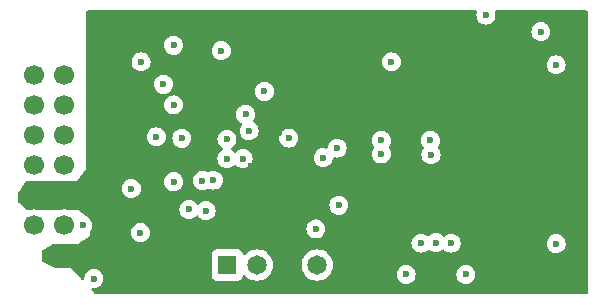
<source format=gbr>
%TF.GenerationSoftware,KiCad,Pcbnew,8.0.5*%
%TF.CreationDate,2024-11-30T18:41:16+03:00*%
%TF.ProjectId,pmod_esp32_4_layer.kicad_sch,706d6f64-5f65-4737-9033-325f345f6c61,rev?*%
%TF.SameCoordinates,Original*%
%TF.FileFunction,Copper,L2,Inr*%
%TF.FilePolarity,Positive*%
%FSLAX46Y46*%
G04 Gerber Fmt 4.6, Leading zero omitted, Abs format (unit mm)*
G04 Created by KiCad (PCBNEW 8.0.5) date 2024-11-30 18:41:16*
%MOMM*%
%LPD*%
G01*
G04 APERTURE LIST*
%TA.AperFunction,ComponentPad*%
%ADD10C,1.695000*%
%TD*%
%TA.AperFunction,ComponentPad*%
%ADD11R,1.650000X1.650000*%
%TD*%
%TA.AperFunction,ComponentPad*%
%ADD12C,1.650000*%
%TD*%
%TA.AperFunction,ViaPad*%
%ADD13C,0.600000*%
%TD*%
%TA.AperFunction,Conductor*%
%ADD14C,0.640000*%
%TD*%
G04 APERTURE END LIST*
D10*
%TO.N,Net-(J2-Pad1)*%
%TO.C,J2*%
X132033500Y-98300000D03*
%TO.N,Net-(J2-Pad2)*%
X132033500Y-100840000D03*
%TO.N,Net-(J2-Pad3)*%
X132033500Y-103380000D03*
%TO.N,Net-(J2-Pad4)*%
X132033500Y-105920000D03*
%TO.N,/GND*%
X132033500Y-108460000D03*
%TO.N,/VCC3V3*%
X132033500Y-111000000D03*
%TO.N,Net-(J2-Pad7)*%
X129493500Y-98300000D03*
%TO.N,Net-(J2-Pad8)*%
X129493500Y-100840000D03*
%TO.N,Net-(J2-Pad9)*%
X129493500Y-103380000D03*
%TO.N,Net-(J2-Pad10)*%
X129493500Y-105920000D03*
%TO.N,/GND*%
X129493500Y-108460000D03*
%TO.N,/VCC3V3*%
X129493500Y-111000000D03*
%TD*%
D11*
%TO.N,/TXD0*%
%TO.C,J1*%
X145847500Y-114350000D03*
D12*
%TO.N,/RXD0*%
X148387500Y-114350000D03*
%TO.N,/GND*%
X150927500Y-114350000D03*
%TO.N,/IO0*%
X153467500Y-114350000D03*
%TD*%
D13*
%TO.N,/EN*%
X139850000Y-103500000D03*
X167750000Y-93200000D03*
X172400000Y-94600000D03*
X141300000Y-95750000D03*
X141300000Y-100800000D03*
%TO.N,/GND*%
X150200000Y-103150000D03*
X167550000Y-101600000D03*
X175100000Y-97500000D03*
X138300000Y-94350000D03*
X153300000Y-94350000D03*
X175000000Y-112150000D03*
X133600000Y-108450000D03*
X169350000Y-94500000D03*
X130800000Y-113650000D03*
X140250000Y-108050000D03*
X158750000Y-99150000D03*
X142550000Y-100550000D03*
X146779828Y-96270172D03*
X147850000Y-105977000D03*
%TO.N,/VCC3V3*%
X145350000Y-96200000D03*
X173700000Y-97400000D03*
X137727500Y-107877500D03*
X144050000Y-109750000D03*
X133600000Y-111000000D03*
X149000000Y-99650000D03*
%TO.N,/RTS{slash}SS*%
X147400000Y-101600000D03*
X138550000Y-97150000D03*
%TO.N,/INT*%
X140450000Y-99050000D03*
%TO.N,/SELECT*%
X141307097Y-107301471D03*
X144673001Y-107163711D03*
X147200000Y-105350000D03*
X145823001Y-105341290D03*
X134550000Y-115500000D03*
X138500000Y-111600000D03*
%TO.N,/GPIO*%
X153350000Y-111300000D03*
%TO.N,/CTS{slash}SCK*%
X143750000Y-107200000D03*
X145823000Y-103700000D03*
%TO.N,/TXD*%
X162250000Y-112500000D03*
%TO.N,/SS*%
X163500000Y-112450000D03*
%TO.N,/MOSI*%
X163050000Y-103800000D03*
X158900000Y-103800000D03*
X173700000Y-112550000D03*
X151050000Y-103600000D03*
X147700000Y-102973000D03*
%TO.N,/CTS*%
X155300000Y-109300000D03*
%TO.N,/MISO*%
X166050000Y-115150000D03*
%TO.N,/RTS*%
X159750000Y-97150000D03*
%TO.N,/SCK*%
X163100000Y-105000000D03*
X158900000Y-104950000D03*
X153968356Y-105268356D03*
X164800000Y-112500000D03*
X155150000Y-104450000D03*
%TO.N,/RXD*%
X161000000Y-115150000D03*
X142000000Y-103623000D03*
X142600000Y-109650000D03*
%TD*%
D14*
%TO.N,/GND*%
X129493500Y-108460000D02*
X132033500Y-108460000D01*
%TD*%
%TA.AperFunction,Conductor*%
%TO.N,/GND*%
G36*
X166933976Y-92820185D02*
G01*
X166979731Y-92872989D01*
X166989675Y-92942147D01*
X166983978Y-92965455D01*
X166964633Y-93020737D01*
X166964630Y-93020750D01*
X166944435Y-93199996D01*
X166944435Y-93200003D01*
X166964630Y-93379249D01*
X166964631Y-93379254D01*
X167024211Y-93549523D01*
X167120184Y-93702262D01*
X167247738Y-93829816D01*
X167400478Y-93925789D01*
X167527352Y-93970184D01*
X167570745Y-93985368D01*
X167570750Y-93985369D01*
X167749996Y-94005565D01*
X167750000Y-94005565D01*
X167750004Y-94005565D01*
X167929249Y-93985369D01*
X167929252Y-93985368D01*
X167929255Y-93985368D01*
X168099522Y-93925789D01*
X168252262Y-93829816D01*
X168379816Y-93702262D01*
X168475789Y-93549522D01*
X168535368Y-93379255D01*
X168555565Y-93200000D01*
X168535368Y-93020745D01*
X168535367Y-93020743D01*
X168535366Y-93020737D01*
X168516022Y-92965455D01*
X168512460Y-92895676D01*
X168547188Y-92835049D01*
X168609182Y-92802821D01*
X168633063Y-92800500D01*
X176263000Y-92800500D01*
X176330039Y-92820185D01*
X176375794Y-92872989D01*
X176387000Y-92924500D01*
X176387000Y-116675500D01*
X176367315Y-116742539D01*
X176314511Y-116788294D01*
X176263000Y-116799500D01*
X134693659Y-116799500D01*
X134626620Y-116779815D01*
X134602734Y-116759812D01*
X134586717Y-116742539D01*
X134365651Y-116504134D01*
X134334503Y-116441593D01*
X134342112Y-116372139D01*
X134386063Y-116317824D01*
X134452401Y-116295893D01*
X134470458Y-116296602D01*
X134506885Y-116300707D01*
X134549998Y-116305565D01*
X134550000Y-116305565D01*
X134550004Y-116305565D01*
X134729249Y-116285369D01*
X134729252Y-116285368D01*
X134729255Y-116285368D01*
X134899522Y-116225789D01*
X135052262Y-116129816D01*
X135179816Y-116002262D01*
X135275789Y-115849522D01*
X135335368Y-115679255D01*
X135335791Y-115675500D01*
X135355565Y-115500003D01*
X135355565Y-115499996D01*
X135335369Y-115320750D01*
X135335368Y-115320745D01*
X135275789Y-115150478D01*
X135179816Y-114997738D01*
X135052262Y-114870184D01*
X134948650Y-114805080D01*
X134899523Y-114774211D01*
X134729254Y-114714631D01*
X134729249Y-114714630D01*
X134550004Y-114694435D01*
X134549996Y-114694435D01*
X134370750Y-114714630D01*
X134370745Y-114714631D01*
X134200476Y-114774211D01*
X134047737Y-114870184D01*
X133920184Y-114997737D01*
X133824211Y-115150476D01*
X133764631Y-115320745D01*
X133764630Y-115320750D01*
X133744435Y-115499996D01*
X133744435Y-115500000D01*
X133745084Y-115505759D01*
X133733028Y-115574580D01*
X133685678Y-115625959D01*
X133618067Y-115643582D01*
X133551661Y-115621854D01*
X133530938Y-115603953D01*
X133434542Y-115499997D01*
X132600000Y-114600000D01*
X131276859Y-114600000D01*
X131225547Y-114588885D01*
X130222688Y-114133040D01*
X130169803Y-114087379D01*
X130150000Y-114020375D01*
X130150000Y-113477135D01*
X144522000Y-113477135D01*
X144522000Y-115222870D01*
X144522001Y-115222876D01*
X144528408Y-115282483D01*
X144578702Y-115417328D01*
X144578706Y-115417335D01*
X144664952Y-115532544D01*
X144664955Y-115532547D01*
X144780164Y-115618793D01*
X144780171Y-115618797D01*
X144915017Y-115669091D01*
X144915016Y-115669091D01*
X144921944Y-115669835D01*
X144974627Y-115675500D01*
X146720372Y-115675499D01*
X146779983Y-115669091D01*
X146914831Y-115618796D01*
X147030046Y-115532546D01*
X147116296Y-115417331D01*
X147166591Y-115282483D01*
X147166591Y-115282481D01*
X147168374Y-115274938D01*
X147171247Y-115275616D01*
X147192691Y-115223843D01*
X147250082Y-115183993D01*
X147319907Y-115181497D01*
X147376926Y-115213965D01*
X147532231Y-115369270D01*
X147722218Y-115502301D01*
X147932421Y-115600320D01*
X148156450Y-115660349D01*
X148321485Y-115674787D01*
X148387498Y-115680563D01*
X148387500Y-115680563D01*
X148387502Y-115680563D01*
X148445394Y-115675498D01*
X148618550Y-115660349D01*
X148842579Y-115600320D01*
X149052782Y-115502301D01*
X149242769Y-115369270D01*
X149406770Y-115205269D01*
X149539801Y-115015282D01*
X149637820Y-114805079D01*
X149697849Y-114581050D01*
X149718063Y-114350000D01*
X149718063Y-114349998D01*
X152136937Y-114349998D01*
X152136937Y-114350001D01*
X152157150Y-114581044D01*
X152157151Y-114581051D01*
X152217178Y-114805074D01*
X152217179Y-114805076D01*
X152217180Y-114805079D01*
X152315199Y-115015282D01*
X152448230Y-115205269D01*
X152612231Y-115369270D01*
X152802218Y-115502301D01*
X153012421Y-115600320D01*
X153236450Y-115660349D01*
X153401485Y-115674787D01*
X153467498Y-115680563D01*
X153467500Y-115680563D01*
X153467502Y-115680563D01*
X153525394Y-115675498D01*
X153698550Y-115660349D01*
X153922579Y-115600320D01*
X154132782Y-115502301D01*
X154322769Y-115369270D01*
X154486770Y-115205269D01*
X154525473Y-115149996D01*
X160194435Y-115149996D01*
X160194435Y-115150003D01*
X160214630Y-115329249D01*
X160214631Y-115329254D01*
X160274211Y-115499523D01*
X160351077Y-115621854D01*
X160370184Y-115652262D01*
X160497738Y-115779816D01*
X160650478Y-115875789D01*
X160820745Y-115935368D01*
X160820750Y-115935369D01*
X160999996Y-115955565D01*
X161000000Y-115955565D01*
X161000004Y-115955565D01*
X161179249Y-115935369D01*
X161179252Y-115935368D01*
X161179255Y-115935368D01*
X161349522Y-115875789D01*
X161502262Y-115779816D01*
X161629816Y-115652262D01*
X161725789Y-115499522D01*
X161785368Y-115329255D01*
X161785369Y-115329249D01*
X161805565Y-115150003D01*
X161805565Y-115149996D01*
X165244435Y-115149996D01*
X165244435Y-115150003D01*
X165264630Y-115329249D01*
X165264631Y-115329254D01*
X165324211Y-115499523D01*
X165401077Y-115621854D01*
X165420184Y-115652262D01*
X165547738Y-115779816D01*
X165700478Y-115875789D01*
X165870745Y-115935368D01*
X165870750Y-115935369D01*
X166049996Y-115955565D01*
X166050000Y-115955565D01*
X166050004Y-115955565D01*
X166229249Y-115935369D01*
X166229252Y-115935368D01*
X166229255Y-115935368D01*
X166399522Y-115875789D01*
X166552262Y-115779816D01*
X166679816Y-115652262D01*
X166775789Y-115499522D01*
X166835368Y-115329255D01*
X166835369Y-115329249D01*
X166855565Y-115150003D01*
X166855565Y-115149996D01*
X166835369Y-114970750D01*
X166835368Y-114970745D01*
X166775788Y-114800476D01*
X166679815Y-114647737D01*
X166552262Y-114520184D01*
X166399523Y-114424211D01*
X166229254Y-114364631D01*
X166229249Y-114364630D01*
X166050004Y-114344435D01*
X166049996Y-114344435D01*
X165870750Y-114364630D01*
X165870745Y-114364631D01*
X165700476Y-114424211D01*
X165547737Y-114520184D01*
X165420184Y-114647737D01*
X165324211Y-114800476D01*
X165264631Y-114970745D01*
X165264630Y-114970750D01*
X165244435Y-115149996D01*
X161805565Y-115149996D01*
X161785369Y-114970750D01*
X161785368Y-114970745D01*
X161725788Y-114800476D01*
X161629815Y-114647737D01*
X161502262Y-114520184D01*
X161349523Y-114424211D01*
X161179254Y-114364631D01*
X161179249Y-114364630D01*
X161000004Y-114344435D01*
X160999996Y-114344435D01*
X160820750Y-114364630D01*
X160820745Y-114364631D01*
X160650476Y-114424211D01*
X160497737Y-114520184D01*
X160370184Y-114647737D01*
X160274211Y-114800476D01*
X160214631Y-114970745D01*
X160214630Y-114970750D01*
X160194435Y-115149996D01*
X154525473Y-115149996D01*
X154619801Y-115015282D01*
X154717820Y-114805079D01*
X154777849Y-114581050D01*
X154798063Y-114350000D01*
X154777849Y-114118950D01*
X154717820Y-113894921D01*
X154619801Y-113684719D01*
X154619799Y-113684716D01*
X154619798Y-113684714D01*
X154486773Y-113494735D01*
X154486768Y-113494729D01*
X154322769Y-113330730D01*
X154257987Y-113285369D01*
X154132782Y-113197699D01*
X153922579Y-113099680D01*
X153922576Y-113099679D01*
X153922574Y-113099678D01*
X153698551Y-113039651D01*
X153698544Y-113039650D01*
X153467502Y-113019437D01*
X153467498Y-113019437D01*
X153236455Y-113039650D01*
X153236448Y-113039651D01*
X153012417Y-113099681D01*
X152802218Y-113197699D01*
X152802214Y-113197701D01*
X152612235Y-113330726D01*
X152612229Y-113330731D01*
X152448231Y-113494729D01*
X152448226Y-113494735D01*
X152315201Y-113684714D01*
X152315199Y-113684718D01*
X152217181Y-113894917D01*
X152157151Y-114118948D01*
X152157150Y-114118955D01*
X152136937Y-114349998D01*
X149718063Y-114349998D01*
X149697849Y-114118950D01*
X149637820Y-113894921D01*
X149539801Y-113684719D01*
X149539799Y-113684716D01*
X149539798Y-113684714D01*
X149406773Y-113494735D01*
X149406768Y-113494729D01*
X149242769Y-113330730D01*
X149177987Y-113285369D01*
X149052782Y-113197699D01*
X148842579Y-113099680D01*
X148842576Y-113099679D01*
X148842574Y-113099678D01*
X148618551Y-113039651D01*
X148618544Y-113039650D01*
X148387502Y-113019437D01*
X148387498Y-113019437D01*
X148156455Y-113039650D01*
X148156448Y-113039651D01*
X147932417Y-113099681D01*
X147722218Y-113197699D01*
X147722214Y-113197701D01*
X147532235Y-113330726D01*
X147376926Y-113486035D01*
X147315603Y-113519519D01*
X147245911Y-113514535D01*
X147189978Y-113472663D01*
X147171017Y-113424443D01*
X147168376Y-113425068D01*
X147166592Y-113417520D01*
X147116297Y-113282671D01*
X147116293Y-113282664D01*
X147030047Y-113167455D01*
X147030044Y-113167452D01*
X146914835Y-113081206D01*
X146914828Y-113081202D01*
X146779982Y-113030908D01*
X146779983Y-113030908D01*
X146720383Y-113024501D01*
X146720381Y-113024500D01*
X146720373Y-113024500D01*
X146720364Y-113024500D01*
X144974629Y-113024500D01*
X144974623Y-113024501D01*
X144915016Y-113030908D01*
X144780171Y-113081202D01*
X144780164Y-113081206D01*
X144664955Y-113167452D01*
X144664952Y-113167455D01*
X144578706Y-113282664D01*
X144578702Y-113282671D01*
X144528408Y-113417517D01*
X144522001Y-113477116D01*
X144522000Y-113477135D01*
X130150000Y-113477135D01*
X130150000Y-113173317D01*
X130169685Y-113106278D01*
X130214239Y-113064668D01*
X131122093Y-112565349D01*
X131181851Y-112550000D01*
X133250000Y-112550000D01*
X133326929Y-112499996D01*
X161444435Y-112499996D01*
X161444435Y-112500003D01*
X161464630Y-112679249D01*
X161464631Y-112679254D01*
X161524211Y-112849523D01*
X161584291Y-112945139D01*
X161620184Y-113002262D01*
X161747738Y-113129816D01*
X161900478Y-113225789D01*
X161985573Y-113255565D01*
X162070745Y-113285368D01*
X162070750Y-113285369D01*
X162249996Y-113305565D01*
X162250000Y-113305565D01*
X162250004Y-113305565D01*
X162429249Y-113285369D01*
X162429252Y-113285368D01*
X162429255Y-113285368D01*
X162599522Y-113225789D01*
X162752262Y-113129816D01*
X162812319Y-113069759D01*
X162873642Y-113036274D01*
X162943334Y-113041258D01*
X162987681Y-113069759D01*
X162997738Y-113079816D01*
X163088080Y-113136582D01*
X163146543Y-113173317D01*
X163150478Y-113175789D01*
X163213099Y-113197701D01*
X163320745Y-113235368D01*
X163320750Y-113235369D01*
X163499996Y-113255565D01*
X163500000Y-113255565D01*
X163500004Y-113255565D01*
X163679249Y-113235369D01*
X163679252Y-113235368D01*
X163679255Y-113235368D01*
X163849522Y-113175789D01*
X164002262Y-113079816D01*
X164037319Y-113044759D01*
X164098642Y-113011274D01*
X164168334Y-113016258D01*
X164212681Y-113044759D01*
X164297738Y-113129816D01*
X164450478Y-113225789D01*
X164535573Y-113255565D01*
X164620745Y-113285368D01*
X164620750Y-113285369D01*
X164799996Y-113305565D01*
X164800000Y-113305565D01*
X164800004Y-113305565D01*
X164979249Y-113285369D01*
X164979252Y-113285368D01*
X164979255Y-113285368D01*
X165149522Y-113225789D01*
X165302262Y-113129816D01*
X165429816Y-113002262D01*
X165525789Y-112849522D01*
X165585368Y-112679255D01*
X165598202Y-112565349D01*
X165599932Y-112549996D01*
X172894435Y-112549996D01*
X172894435Y-112550000D01*
X172914630Y-112729249D01*
X172914631Y-112729254D01*
X172974211Y-112899523D01*
X173056766Y-113030908D01*
X173070184Y-113052262D01*
X173197738Y-113179816D01*
X173350478Y-113275789D01*
X173435573Y-113305565D01*
X173520745Y-113335368D01*
X173520750Y-113335369D01*
X173699996Y-113355565D01*
X173700000Y-113355565D01*
X173700004Y-113355565D01*
X173879249Y-113335369D01*
X173879252Y-113335368D01*
X173879255Y-113335368D01*
X174049522Y-113275789D01*
X174202262Y-113179816D01*
X174329816Y-113052262D01*
X174425789Y-112899522D01*
X174485368Y-112729255D01*
X174491003Y-112679249D01*
X174505565Y-112550000D01*
X174505565Y-112549996D01*
X174485369Y-112370750D01*
X174485368Y-112370745D01*
X174425788Y-112200476D01*
X174353461Y-112085369D01*
X174329816Y-112047738D01*
X174202262Y-111920184D01*
X174184052Y-111908742D01*
X174049523Y-111824211D01*
X173879254Y-111764631D01*
X173879249Y-111764630D01*
X173700004Y-111744435D01*
X173699996Y-111744435D01*
X173520750Y-111764630D01*
X173520745Y-111764631D01*
X173350476Y-111824211D01*
X173197737Y-111920184D01*
X173070184Y-112047737D01*
X172974211Y-112200476D01*
X172914631Y-112370745D01*
X172914630Y-112370750D01*
X172894435Y-112549996D01*
X165599932Y-112549996D01*
X165605565Y-112500003D01*
X165605565Y-112499996D01*
X165585369Y-112320750D01*
X165585368Y-112320745D01*
X165568152Y-112271544D01*
X165525789Y-112150478D01*
X165429816Y-111997738D01*
X165302262Y-111870184D01*
X165301630Y-111869787D01*
X165149523Y-111774211D01*
X164979254Y-111714631D01*
X164979249Y-111714630D01*
X164800004Y-111694435D01*
X164799996Y-111694435D01*
X164620750Y-111714630D01*
X164620745Y-111714631D01*
X164450476Y-111774211D01*
X164297737Y-111870184D01*
X164262681Y-111905241D01*
X164201358Y-111938726D01*
X164131666Y-111933742D01*
X164087319Y-111905241D01*
X164002262Y-111820184D01*
X163849523Y-111724211D01*
X163679254Y-111664631D01*
X163679249Y-111664630D01*
X163500004Y-111644435D01*
X163499996Y-111644435D01*
X163320750Y-111664630D01*
X163320745Y-111664631D01*
X163150476Y-111724211D01*
X162997737Y-111820184D01*
X162937681Y-111880241D01*
X162876358Y-111913726D01*
X162806666Y-111908742D01*
X162762319Y-111880241D01*
X162752262Y-111870184D01*
X162599523Y-111774211D01*
X162429254Y-111714631D01*
X162429249Y-111714630D01*
X162250004Y-111694435D01*
X162249996Y-111694435D01*
X162070750Y-111714630D01*
X162070745Y-111714631D01*
X161900476Y-111774211D01*
X161747737Y-111870184D01*
X161620184Y-111997737D01*
X161524211Y-112150476D01*
X161464631Y-112320745D01*
X161464630Y-112320750D01*
X161444435Y-112499996D01*
X133326929Y-112499996D01*
X134250000Y-111900000D01*
X134250000Y-111599996D01*
X137694435Y-111599996D01*
X137694435Y-111600003D01*
X137714630Y-111779249D01*
X137714631Y-111779254D01*
X137774211Y-111949523D01*
X137835924Y-112047738D01*
X137870184Y-112102262D01*
X137997738Y-112229816D01*
X138064148Y-112271544D01*
X138142450Y-112320745D01*
X138150478Y-112325789D01*
X138278955Y-112370745D01*
X138320745Y-112385368D01*
X138320750Y-112385369D01*
X138499996Y-112405565D01*
X138500000Y-112405565D01*
X138500004Y-112405565D01*
X138679249Y-112385369D01*
X138679252Y-112385368D01*
X138679255Y-112385368D01*
X138849522Y-112325789D01*
X139002262Y-112229816D01*
X139129816Y-112102262D01*
X139225789Y-111949522D01*
X139285368Y-111779255D01*
X139285369Y-111779249D01*
X139305565Y-111600003D01*
X139305565Y-111599996D01*
X139285369Y-111420750D01*
X139285368Y-111420745D01*
X139260446Y-111349522D01*
X139243116Y-111299996D01*
X152544435Y-111299996D01*
X152544435Y-111300003D01*
X152564630Y-111479249D01*
X152564631Y-111479254D01*
X152624211Y-111649523D01*
X152683849Y-111744435D01*
X152720184Y-111802262D01*
X152847738Y-111929816D01*
X152915714Y-111972528D01*
X152955833Y-111997737D01*
X153000478Y-112025789D01*
X153063202Y-112047737D01*
X153170745Y-112085368D01*
X153170750Y-112085369D01*
X153349996Y-112105565D01*
X153350000Y-112105565D01*
X153350004Y-112105565D01*
X153529249Y-112085369D01*
X153529252Y-112085368D01*
X153529255Y-112085368D01*
X153699522Y-112025789D01*
X153852262Y-111929816D01*
X153979816Y-111802262D01*
X154075789Y-111649522D01*
X154135368Y-111479255D01*
X154137222Y-111462804D01*
X154155565Y-111300003D01*
X154155565Y-111299996D01*
X154135369Y-111120750D01*
X154135368Y-111120745D01*
X154075789Y-110950478D01*
X153979816Y-110797738D01*
X153852262Y-110670184D01*
X153820900Y-110650478D01*
X153699523Y-110574211D01*
X153529254Y-110514631D01*
X153529249Y-110514630D01*
X153350004Y-110494435D01*
X153349996Y-110494435D01*
X153170750Y-110514630D01*
X153170745Y-110514631D01*
X153000476Y-110574211D01*
X152847737Y-110670184D01*
X152720184Y-110797737D01*
X152624211Y-110950476D01*
X152564631Y-111120745D01*
X152564630Y-111120750D01*
X152544435Y-111299996D01*
X139243116Y-111299996D01*
X139225789Y-111250478D01*
X139129816Y-111097738D01*
X139002262Y-110970184D01*
X138970897Y-110950476D01*
X138849523Y-110874211D01*
X138679254Y-110814631D01*
X138679249Y-110814630D01*
X138500004Y-110794435D01*
X138499996Y-110794435D01*
X138320750Y-110814630D01*
X138320745Y-110814631D01*
X138150476Y-110874211D01*
X137997737Y-110970184D01*
X137870184Y-111097737D01*
X137774211Y-111250476D01*
X137714631Y-111420745D01*
X137714630Y-111420750D01*
X137694435Y-111599996D01*
X134250000Y-111599996D01*
X134250000Y-111505863D01*
X134269007Y-111439890D01*
X134325788Y-111349524D01*
X134360446Y-111250478D01*
X134385368Y-111179255D01*
X134391960Y-111120750D01*
X134405565Y-111000003D01*
X134405565Y-110999996D01*
X134385369Y-110820750D01*
X134385366Y-110820737D01*
X134325790Y-110650481D01*
X134325789Y-110650478D01*
X134269006Y-110560108D01*
X134250000Y-110494136D01*
X134250000Y-110449999D01*
X133555665Y-109929249D01*
X133250000Y-109700000D01*
X133249999Y-109700000D01*
X132406432Y-109700000D01*
X132374339Y-109695775D01*
X132268476Y-109667409D01*
X132268474Y-109667408D01*
X132268472Y-109667408D01*
X132268470Y-109667407D01*
X132268466Y-109667407D01*
X132069451Y-109649996D01*
X141794435Y-109649996D01*
X141794435Y-109650003D01*
X141814630Y-109829249D01*
X141814631Y-109829254D01*
X141874211Y-109999523D01*
X141928152Y-110085369D01*
X141970184Y-110152262D01*
X142097738Y-110279816D01*
X142097740Y-110279817D01*
X142241557Y-110370184D01*
X142250478Y-110375789D01*
X142261984Y-110379815D01*
X142420745Y-110435368D01*
X142420750Y-110435369D01*
X142599996Y-110455565D01*
X142600000Y-110455565D01*
X142600004Y-110455565D01*
X142779249Y-110435369D01*
X142779252Y-110435368D01*
X142779255Y-110435368D01*
X142949522Y-110375789D01*
X143102262Y-110279816D01*
X143198191Y-110183886D01*
X143259510Y-110150404D01*
X143329202Y-110155388D01*
X143385136Y-110197259D01*
X143390862Y-110205598D01*
X143420179Y-110252256D01*
X143420184Y-110252262D01*
X143547738Y-110379816D01*
X143700478Y-110475789D01*
X143763205Y-110497738D01*
X143870745Y-110535368D01*
X143870750Y-110535369D01*
X144049996Y-110555565D01*
X144050000Y-110555565D01*
X144050004Y-110555565D01*
X144229249Y-110535369D01*
X144229252Y-110535368D01*
X144229255Y-110535368D01*
X144399522Y-110475789D01*
X144552262Y-110379816D01*
X144679816Y-110252262D01*
X144775789Y-110099522D01*
X144835368Y-109929255D01*
X144835369Y-109929249D01*
X144855565Y-109750003D01*
X144855565Y-109749996D01*
X144835369Y-109570750D01*
X144835368Y-109570745D01*
X144775788Y-109400476D01*
X144712955Y-109300478D01*
X144712652Y-109299996D01*
X154494435Y-109299996D01*
X154494435Y-109300003D01*
X154514630Y-109479249D01*
X154514631Y-109479254D01*
X154574211Y-109649523D01*
X154637347Y-109750003D01*
X154670184Y-109802262D01*
X154797738Y-109929816D01*
X154950478Y-110025789D01*
X155120745Y-110085368D01*
X155120750Y-110085369D01*
X155299996Y-110105565D01*
X155300000Y-110105565D01*
X155300004Y-110105565D01*
X155479249Y-110085369D01*
X155479252Y-110085368D01*
X155479255Y-110085368D01*
X155649522Y-110025789D01*
X155802262Y-109929816D01*
X155929816Y-109802262D01*
X156025789Y-109649522D01*
X156085368Y-109479255D01*
X156085369Y-109479249D01*
X156105565Y-109300003D01*
X156105565Y-109299996D01*
X156085369Y-109120750D01*
X156085368Y-109120745D01*
X156040800Y-108993378D01*
X156025789Y-108950478D01*
X155929816Y-108797738D01*
X155802262Y-108670184D01*
X155790619Y-108662868D01*
X155649523Y-108574211D01*
X155479254Y-108514631D01*
X155479249Y-108514630D01*
X155300004Y-108494435D01*
X155299996Y-108494435D01*
X155120750Y-108514630D01*
X155120745Y-108514631D01*
X154950476Y-108574211D01*
X154797737Y-108670184D01*
X154670184Y-108797737D01*
X154574211Y-108950476D01*
X154514631Y-109120745D01*
X154514630Y-109120750D01*
X154494435Y-109299996D01*
X144712652Y-109299996D01*
X144679816Y-109247738D01*
X144552262Y-109120184D01*
X144499582Y-109087083D01*
X144399523Y-109024211D01*
X144229254Y-108964631D01*
X144229249Y-108964630D01*
X144050004Y-108944435D01*
X144049996Y-108944435D01*
X143870750Y-108964630D01*
X143870745Y-108964631D01*
X143700476Y-109024211D01*
X143547739Y-109120183D01*
X143451811Y-109216111D01*
X143390487Y-109249595D01*
X143320796Y-109244611D01*
X143264863Y-109202739D01*
X143259136Y-109194401D01*
X143229815Y-109147737D01*
X143102262Y-109020184D01*
X142949523Y-108924211D01*
X142779254Y-108864631D01*
X142779249Y-108864630D01*
X142600004Y-108844435D01*
X142599996Y-108844435D01*
X142420750Y-108864630D01*
X142420745Y-108864631D01*
X142250476Y-108924211D01*
X142097737Y-109020184D01*
X141970184Y-109147737D01*
X141874211Y-109300476D01*
X141814631Y-109470745D01*
X141814630Y-109470750D01*
X141794435Y-109649996D01*
X132069451Y-109649996D01*
X132033502Y-109646851D01*
X132033498Y-109646851D01*
X131798533Y-109667407D01*
X131798523Y-109667409D01*
X131692661Y-109695775D01*
X131660568Y-109700000D01*
X129866432Y-109700000D01*
X129834339Y-109695775D01*
X129728476Y-109667409D01*
X129728474Y-109667408D01*
X129728472Y-109667408D01*
X129728470Y-109667407D01*
X129728466Y-109667407D01*
X129493502Y-109646851D01*
X129493498Y-109646851D01*
X129258533Y-109667407D01*
X129258523Y-109667409D01*
X129152661Y-109695775D01*
X129120568Y-109700000D01*
X128946255Y-109700000D01*
X128879216Y-109680315D01*
X128865044Y-109669705D01*
X128862392Y-109667407D01*
X128635475Y-109470745D01*
X128192789Y-109087083D01*
X128155020Y-109028302D01*
X128150000Y-108993378D01*
X128150000Y-108238361D01*
X128169685Y-108171322D01*
X128171662Y-108168340D01*
X128370661Y-107877496D01*
X136921935Y-107877496D01*
X136921935Y-107877503D01*
X136942130Y-108056749D01*
X136942131Y-108056754D01*
X137001711Y-108227023D01*
X137097684Y-108379762D01*
X137225238Y-108507316D01*
X137377978Y-108603289D01*
X137548245Y-108662868D01*
X137548250Y-108662869D01*
X137727496Y-108683065D01*
X137727500Y-108683065D01*
X137727504Y-108683065D01*
X137906749Y-108662869D01*
X137906752Y-108662868D01*
X137906755Y-108662868D01*
X138077022Y-108603289D01*
X138229762Y-108507316D01*
X138357316Y-108379762D01*
X138453289Y-108227022D01*
X138512868Y-108056755D01*
X138512869Y-108056749D01*
X138533065Y-107877503D01*
X138533065Y-107877496D01*
X138512869Y-107698250D01*
X138512868Y-107698245D01*
X138453289Y-107527978D01*
X138357316Y-107375238D01*
X138283545Y-107301467D01*
X140501532Y-107301467D01*
X140501532Y-107301474D01*
X140521727Y-107480720D01*
X140521728Y-107480725D01*
X140581308Y-107650994D01*
X140670868Y-107793527D01*
X140677281Y-107803733D01*
X140804835Y-107931287D01*
X140865294Y-107969276D01*
X140923047Y-108005565D01*
X140957575Y-108027260D01*
X141041850Y-108056749D01*
X141127842Y-108086839D01*
X141127847Y-108086840D01*
X141307093Y-108107036D01*
X141307097Y-108107036D01*
X141307101Y-108107036D01*
X141486346Y-108086840D01*
X141486349Y-108086839D01*
X141486352Y-108086839D01*
X141656619Y-108027260D01*
X141809359Y-107931287D01*
X141936913Y-107803733D01*
X142032886Y-107650993D01*
X142092465Y-107480726D01*
X142107987Y-107342965D01*
X142112662Y-107301474D01*
X142112662Y-107301467D01*
X142101229Y-107199996D01*
X142944435Y-107199996D01*
X142944435Y-107200003D01*
X142964630Y-107379249D01*
X142964631Y-107379254D01*
X143024211Y-107549523D01*
X143087970Y-107650994D01*
X143120184Y-107702262D01*
X143247738Y-107829816D01*
X143400478Y-107925789D01*
X143467040Y-107949080D01*
X143570745Y-107985368D01*
X143570750Y-107985369D01*
X143749996Y-108005565D01*
X143750000Y-108005565D01*
X143750004Y-108005565D01*
X143929249Y-107985369D01*
X143929252Y-107985368D01*
X143929255Y-107985368D01*
X144099522Y-107925789D01*
X144174408Y-107878734D01*
X144241639Y-107859735D01*
X144306347Y-107878735D01*
X144323479Y-107889500D01*
X144493746Y-107949079D01*
X144493751Y-107949080D01*
X144672997Y-107969276D01*
X144673001Y-107969276D01*
X144673005Y-107969276D01*
X144852250Y-107949080D01*
X144852253Y-107949079D01*
X144852256Y-107949079D01*
X145022523Y-107889500D01*
X145175263Y-107793527D01*
X145302817Y-107665973D01*
X145398790Y-107513233D01*
X145458369Y-107342966D01*
X145463044Y-107301474D01*
X145478566Y-107163714D01*
X145478566Y-107163707D01*
X145458370Y-106984461D01*
X145458369Y-106984456D01*
X145398789Y-106814187D01*
X145302816Y-106661448D01*
X145175263Y-106533895D01*
X145022524Y-106437922D01*
X144852255Y-106378342D01*
X144852250Y-106378341D01*
X144673005Y-106358146D01*
X144672997Y-106358146D01*
X144493751Y-106378341D01*
X144493738Y-106378344D01*
X144323480Y-106437920D01*
X144248594Y-106484974D01*
X144181357Y-106503974D01*
X144116650Y-106484973D01*
X144099524Y-106474211D01*
X143929254Y-106414631D01*
X143929249Y-106414630D01*
X143750004Y-106394435D01*
X143749996Y-106394435D01*
X143570750Y-106414630D01*
X143570745Y-106414631D01*
X143400476Y-106474211D01*
X143247737Y-106570184D01*
X143120184Y-106697737D01*
X143024211Y-106850476D01*
X142964631Y-107020745D01*
X142964630Y-107020750D01*
X142944435Y-107199996D01*
X142101229Y-107199996D01*
X142092466Y-107122221D01*
X142092465Y-107122216D01*
X142074871Y-107071935D01*
X142032886Y-106951949D01*
X141936913Y-106799209D01*
X141809359Y-106671655D01*
X141793115Y-106661448D01*
X141656620Y-106575682D01*
X141486351Y-106516102D01*
X141486346Y-106516101D01*
X141307101Y-106495906D01*
X141307093Y-106495906D01*
X141127847Y-106516101D01*
X141127842Y-106516102D01*
X140957573Y-106575682D01*
X140804834Y-106671655D01*
X140677281Y-106799208D01*
X140581308Y-106951947D01*
X140521728Y-107122216D01*
X140521727Y-107122221D01*
X140501532Y-107301467D01*
X138283545Y-107301467D01*
X138229762Y-107247684D01*
X138077023Y-107151711D01*
X137906754Y-107092131D01*
X137906749Y-107092130D01*
X137727504Y-107071935D01*
X137727496Y-107071935D01*
X137548250Y-107092130D01*
X137548245Y-107092131D01*
X137377976Y-107151711D01*
X137225237Y-107247684D01*
X137097684Y-107375237D01*
X137001711Y-107527976D01*
X136942131Y-107698245D01*
X136942130Y-107698250D01*
X136921935Y-107877496D01*
X128370661Y-107877496D01*
X128763067Y-107303979D01*
X128817169Y-107259767D01*
X128865405Y-107250000D01*
X129232979Y-107250000D01*
X129254508Y-107251883D01*
X129258524Y-107252590D01*
X129258528Y-107252592D01*
X129376014Y-107262870D01*
X129493498Y-107273149D01*
X129493500Y-107273149D01*
X129493502Y-107273149D01*
X129587488Y-107264926D01*
X129728472Y-107252592D01*
X129728477Y-107252590D01*
X129732492Y-107251883D01*
X129754021Y-107250000D01*
X131772979Y-107250000D01*
X131794508Y-107251883D01*
X131798524Y-107252590D01*
X131798528Y-107252592D01*
X131916014Y-107262870D01*
X132033498Y-107273149D01*
X132033500Y-107273149D01*
X132033502Y-107273149D01*
X132127488Y-107264926D01*
X132268472Y-107252592D01*
X132268477Y-107252590D01*
X132272492Y-107251883D01*
X132294021Y-107250000D01*
X133150000Y-107250000D01*
X133900000Y-106200000D01*
X133900000Y-103499996D01*
X139044435Y-103499996D01*
X139044435Y-103500003D01*
X139064630Y-103679249D01*
X139064631Y-103679254D01*
X139124211Y-103849523D01*
X139185924Y-103947738D01*
X139220184Y-104002262D01*
X139347738Y-104129816D01*
X139500478Y-104225789D01*
X139628969Y-104270750D01*
X139670745Y-104285368D01*
X139670750Y-104285369D01*
X139849996Y-104305565D01*
X139850000Y-104305565D01*
X139850004Y-104305565D01*
X140029249Y-104285369D01*
X140029252Y-104285368D01*
X140029255Y-104285368D01*
X140199522Y-104225789D01*
X140352262Y-104129816D01*
X140479816Y-104002262D01*
X140575789Y-103849522D01*
X140635368Y-103679255D01*
X140637016Y-103664630D01*
X140641707Y-103622996D01*
X141194435Y-103622996D01*
X141194435Y-103623003D01*
X141214630Y-103802249D01*
X141214631Y-103802254D01*
X141274211Y-103972523D01*
X141322593Y-104049522D01*
X141370184Y-104125262D01*
X141497738Y-104252816D01*
X141585357Y-104307871D01*
X141634061Y-104338474D01*
X141650478Y-104348789D01*
X141820745Y-104408368D01*
X141820750Y-104408369D01*
X141999996Y-104428565D01*
X142000000Y-104428565D01*
X142000004Y-104428565D01*
X142179249Y-104408369D01*
X142179252Y-104408368D01*
X142179255Y-104408368D01*
X142349522Y-104348789D01*
X142502262Y-104252816D01*
X142629816Y-104125262D01*
X142725789Y-103972522D01*
X142785368Y-103802255D01*
X142785623Y-103799996D01*
X142796890Y-103699996D01*
X145017435Y-103699996D01*
X145017435Y-103700003D01*
X145037630Y-103879249D01*
X145037631Y-103879254D01*
X145097211Y-104049523D01*
X145147662Y-104129815D01*
X145193184Y-104202262D01*
X145320738Y-104329816D01*
X145372664Y-104362443D01*
X145457343Y-104415651D01*
X145503634Y-104467986D01*
X145514282Y-104537040D01*
X145485907Y-104600888D01*
X145457344Y-104625638D01*
X145320740Y-104711472D01*
X145193185Y-104839027D01*
X145097212Y-104991766D01*
X145037632Y-105162035D01*
X145037631Y-105162040D01*
X145017436Y-105341286D01*
X145017436Y-105341293D01*
X145037631Y-105520539D01*
X145037632Y-105520544D01*
X145097212Y-105690813D01*
X145156626Y-105785369D01*
X145193185Y-105843552D01*
X145320739Y-105971106D01*
X145411081Y-106027872D01*
X145452224Y-106053724D01*
X145473479Y-106067079D01*
X145498371Y-106075789D01*
X145643746Y-106126658D01*
X145643751Y-106126659D01*
X145822997Y-106146855D01*
X145823001Y-106146855D01*
X145823005Y-106146855D01*
X146002250Y-106126659D01*
X146002253Y-106126658D01*
X146002256Y-106126658D01*
X146172523Y-106067079D01*
X146325263Y-105971106D01*
X146419467Y-105876901D01*
X146480786Y-105843419D01*
X146550478Y-105848403D01*
X146594826Y-105876904D01*
X146697738Y-105979816D01*
X146788080Y-106036582D01*
X146836614Y-106067078D01*
X146850478Y-106075789D01*
X146995853Y-106126658D01*
X147020745Y-106135368D01*
X147020750Y-106135369D01*
X147199996Y-106155565D01*
X147200000Y-106155565D01*
X147200004Y-106155565D01*
X147379249Y-106135369D01*
X147379252Y-106135368D01*
X147379255Y-106135368D01*
X147549522Y-106075789D01*
X147702262Y-105979816D01*
X147829816Y-105852262D01*
X147925789Y-105699522D01*
X147985368Y-105529255D01*
X147985369Y-105529249D01*
X148005565Y-105350003D01*
X148005565Y-105349996D01*
X147996366Y-105268352D01*
X153162791Y-105268352D01*
X153162791Y-105268359D01*
X153182986Y-105447605D01*
X153182987Y-105447610D01*
X153242567Y-105617879D01*
X153328420Y-105754512D01*
X153338540Y-105770618D01*
X153466094Y-105898172D01*
X153500833Y-105920000D01*
X153596029Y-105979816D01*
X153618834Y-105994145D01*
X153789101Y-106053724D01*
X153789106Y-106053725D01*
X153968352Y-106073921D01*
X153968356Y-106073921D01*
X153968360Y-106073921D01*
X154147605Y-106053725D01*
X154147608Y-106053724D01*
X154147611Y-106053724D01*
X154317878Y-105994145D01*
X154470618Y-105898172D01*
X154598172Y-105770618D01*
X154694145Y-105617878D01*
X154753724Y-105447611D01*
X154764723Y-105349996D01*
X154767553Y-105324874D01*
X154794619Y-105260460D01*
X154852214Y-105220905D01*
X154922051Y-105218767D01*
X154931728Y-105221716D01*
X154970737Y-105235366D01*
X154970743Y-105235367D01*
X154970745Y-105235368D01*
X154970746Y-105235368D01*
X154970750Y-105235369D01*
X155149996Y-105255565D01*
X155150000Y-105255565D01*
X155150004Y-105255565D01*
X155329249Y-105235369D01*
X155329252Y-105235368D01*
X155329255Y-105235368D01*
X155499522Y-105175789D01*
X155652262Y-105079816D01*
X155779816Y-104952262D01*
X155875789Y-104799522D01*
X155935368Y-104629255D01*
X155935776Y-104625637D01*
X155955565Y-104450003D01*
X155955565Y-104449996D01*
X155935369Y-104270750D01*
X155935368Y-104270745D01*
X155892951Y-104149524D01*
X155875789Y-104100478D01*
X155779816Y-103947738D01*
X155652262Y-103820184D01*
X155620144Y-103800003D01*
X155620133Y-103799996D01*
X158094435Y-103799996D01*
X158094435Y-103800003D01*
X158114630Y-103979249D01*
X158114631Y-103979254D01*
X158174211Y-104149523D01*
X158222132Y-104225788D01*
X158259569Y-104285369D01*
X158273889Y-104308158D01*
X158271449Y-104309690D01*
X158292951Y-104362443D01*
X158280156Y-104431132D01*
X158273450Y-104441566D01*
X158273889Y-104441842D01*
X158174211Y-104600476D01*
X158114631Y-104770745D01*
X158114630Y-104770750D01*
X158094435Y-104949996D01*
X158094435Y-104950003D01*
X158114630Y-105129249D01*
X158114631Y-105129254D01*
X158174211Y-105299523D01*
X158205926Y-105349996D01*
X158270184Y-105452262D01*
X158397738Y-105579816D01*
X158550478Y-105675789D01*
X158618306Y-105699523D01*
X158720745Y-105735368D01*
X158720750Y-105735369D01*
X158899996Y-105755565D01*
X158900000Y-105755565D01*
X158900004Y-105755565D01*
X159079249Y-105735369D01*
X159079252Y-105735368D01*
X159079255Y-105735368D01*
X159249522Y-105675789D01*
X159402262Y-105579816D01*
X159529816Y-105452262D01*
X159625789Y-105299522D01*
X159685368Y-105129255D01*
X159689892Y-105089106D01*
X159705565Y-104950003D01*
X159705565Y-104949996D01*
X159685369Y-104770750D01*
X159685368Y-104770745D01*
X159639107Y-104638540D01*
X159625789Y-104600478D01*
X159603265Y-104564632D01*
X159565324Y-104504249D01*
X159529816Y-104447738D01*
X159529815Y-104447737D01*
X159526111Y-104441842D01*
X159528563Y-104440300D01*
X159507057Y-104387643D01*
X159519804Y-104318946D01*
X159526557Y-104308438D01*
X159526111Y-104308158D01*
X159529816Y-104302262D01*
X159625789Y-104149522D01*
X159685368Y-103979255D01*
X159688919Y-103947738D01*
X159705565Y-103800003D01*
X159705565Y-103799996D01*
X162244435Y-103799996D01*
X162244435Y-103800003D01*
X162264630Y-103979249D01*
X162264631Y-103979254D01*
X162324211Y-104149523D01*
X162420184Y-104302262D01*
X162456396Y-104338474D01*
X162489881Y-104399797D01*
X162484897Y-104469489D01*
X162473709Y-104492127D01*
X162374211Y-104650476D01*
X162314631Y-104820745D01*
X162314630Y-104820750D01*
X162294435Y-104999996D01*
X162294435Y-105000003D01*
X162314630Y-105179249D01*
X162314631Y-105179254D01*
X162374211Y-105349523D01*
X162435844Y-105447610D01*
X162470184Y-105502262D01*
X162597738Y-105629816D01*
X162750478Y-105725789D01*
X162832564Y-105754512D01*
X162920745Y-105785368D01*
X162920750Y-105785369D01*
X163099996Y-105805565D01*
X163100000Y-105805565D01*
X163100004Y-105805565D01*
X163279249Y-105785369D01*
X163279252Y-105785368D01*
X163279255Y-105785368D01*
X163449522Y-105725789D01*
X163602262Y-105629816D01*
X163729816Y-105502262D01*
X163825789Y-105349522D01*
X163885368Y-105179255D01*
X163885759Y-105175788D01*
X163905565Y-105000003D01*
X163905565Y-104999996D01*
X163885369Y-104820750D01*
X163885368Y-104820745D01*
X163825788Y-104650476D01*
X163729815Y-104497737D01*
X163693603Y-104461525D01*
X163660118Y-104400202D01*
X163665102Y-104330510D01*
X163676291Y-104307871D01*
X163679814Y-104302263D01*
X163679816Y-104302262D01*
X163775789Y-104149522D01*
X163835368Y-103979255D01*
X163838919Y-103947738D01*
X163855565Y-103800003D01*
X163855565Y-103799996D01*
X163835369Y-103620750D01*
X163835368Y-103620745D01*
X163800376Y-103520745D01*
X163775789Y-103450478D01*
X163771558Y-103443745D01*
X163712955Y-103350478D01*
X163679816Y-103297738D01*
X163552262Y-103170184D01*
X163520897Y-103150476D01*
X163399523Y-103074211D01*
X163229254Y-103014631D01*
X163229249Y-103014630D01*
X163050004Y-102994435D01*
X163049996Y-102994435D01*
X162870750Y-103014630D01*
X162870745Y-103014631D01*
X162700476Y-103074211D01*
X162547737Y-103170184D01*
X162420184Y-103297737D01*
X162324211Y-103450476D01*
X162264631Y-103620745D01*
X162264630Y-103620750D01*
X162244435Y-103799996D01*
X159705565Y-103799996D01*
X159685369Y-103620750D01*
X159685368Y-103620745D01*
X159650376Y-103520745D01*
X159625789Y-103450478D01*
X159621558Y-103443745D01*
X159562955Y-103350478D01*
X159529816Y-103297738D01*
X159402262Y-103170184D01*
X159370897Y-103150476D01*
X159249523Y-103074211D01*
X159079254Y-103014631D01*
X159079249Y-103014630D01*
X158900004Y-102994435D01*
X158899996Y-102994435D01*
X158720750Y-103014630D01*
X158720745Y-103014631D01*
X158550476Y-103074211D01*
X158397737Y-103170184D01*
X158270184Y-103297737D01*
X158174211Y-103450476D01*
X158114631Y-103620745D01*
X158114630Y-103620750D01*
X158094435Y-103799996D01*
X155620133Y-103799996D01*
X155499523Y-103724211D01*
X155329254Y-103664631D01*
X155329249Y-103664630D01*
X155150004Y-103644435D01*
X155149996Y-103644435D01*
X154970750Y-103664630D01*
X154970745Y-103664631D01*
X154800476Y-103724211D01*
X154647737Y-103820184D01*
X154520184Y-103947737D01*
X154424211Y-104100476D01*
X154364631Y-104270745D01*
X154364630Y-104270749D01*
X154350802Y-104393482D01*
X154323735Y-104457896D01*
X154266140Y-104497451D01*
X154196303Y-104499588D01*
X154186628Y-104496640D01*
X154147613Y-104482988D01*
X154147605Y-104482986D01*
X153968360Y-104462791D01*
X153968352Y-104462791D01*
X153789106Y-104482986D01*
X153789101Y-104482987D01*
X153618832Y-104542567D01*
X153466093Y-104638540D01*
X153338540Y-104766093D01*
X153242567Y-104918832D01*
X153182987Y-105089101D01*
X153182986Y-105089106D01*
X153162791Y-105268352D01*
X147996366Y-105268352D01*
X147985369Y-105170750D01*
X147985368Y-105170745D01*
X147956801Y-105089106D01*
X147925789Y-105000478D01*
X147829816Y-104847738D01*
X147702262Y-104720184D01*
X147591326Y-104650478D01*
X147549523Y-104624211D01*
X147379254Y-104564631D01*
X147379249Y-104564630D01*
X147200004Y-104544435D01*
X147199996Y-104544435D01*
X147020750Y-104564630D01*
X147020745Y-104564631D01*
X146850476Y-104624211D01*
X146697739Y-104720183D01*
X146603536Y-104814386D01*
X146542212Y-104847870D01*
X146472521Y-104842886D01*
X146428174Y-104814385D01*
X146325261Y-104711472D01*
X146188656Y-104625637D01*
X146142366Y-104573303D01*
X146131718Y-104504249D01*
X146160093Y-104440401D01*
X146188654Y-104415652D01*
X146325262Y-104329816D01*
X146452816Y-104202262D01*
X146548789Y-104049522D01*
X146608368Y-103879255D01*
X146617044Y-103802254D01*
X146628565Y-103700003D01*
X146628565Y-103699996D01*
X146608369Y-103520750D01*
X146608368Y-103520745D01*
X146592453Y-103475262D01*
X146548789Y-103350478D01*
X146530106Y-103320745D01*
X146485955Y-103250478D01*
X146452816Y-103197738D01*
X146325262Y-103070184D01*
X146236852Y-103014632D01*
X146172523Y-102974211D01*
X146002254Y-102914631D01*
X146002249Y-102914630D01*
X145823004Y-102894435D01*
X145822996Y-102894435D01*
X145643750Y-102914630D01*
X145643745Y-102914631D01*
X145473476Y-102974211D01*
X145320737Y-103070184D01*
X145193184Y-103197737D01*
X145097211Y-103350476D01*
X145037631Y-103520745D01*
X145037630Y-103520750D01*
X145017435Y-103699996D01*
X142796890Y-103699996D01*
X142805565Y-103623003D01*
X142805565Y-103622996D01*
X142785369Y-103443750D01*
X142785368Y-103443745D01*
X142752732Y-103350476D01*
X142725789Y-103273478D01*
X142629816Y-103120738D01*
X142502262Y-102993184D01*
X142470144Y-102973003D01*
X142349523Y-102897211D01*
X142179254Y-102837631D01*
X142179249Y-102837630D01*
X142000004Y-102817435D01*
X141999996Y-102817435D01*
X141820750Y-102837630D01*
X141820745Y-102837631D01*
X141650476Y-102897211D01*
X141497737Y-102993184D01*
X141370184Y-103120737D01*
X141274211Y-103273476D01*
X141214631Y-103443745D01*
X141214630Y-103443750D01*
X141194435Y-103622996D01*
X140641707Y-103622996D01*
X140655565Y-103500003D01*
X140655565Y-103499996D01*
X140635369Y-103320750D01*
X140635368Y-103320745D01*
X140575789Y-103150478D01*
X140557101Y-103120737D01*
X140490431Y-103014632D01*
X140479816Y-102997738D01*
X140352262Y-102870184D01*
X140300456Y-102837632D01*
X140199523Y-102774211D01*
X140029254Y-102714631D01*
X140029249Y-102714630D01*
X139850004Y-102694435D01*
X139849996Y-102694435D01*
X139670750Y-102714630D01*
X139670745Y-102714631D01*
X139500476Y-102774211D01*
X139347737Y-102870184D01*
X139220184Y-102997737D01*
X139124211Y-103150476D01*
X139064631Y-103320745D01*
X139064630Y-103320750D01*
X139044435Y-103499996D01*
X133900000Y-103499996D01*
X133900000Y-100799996D01*
X140494435Y-100799996D01*
X140494435Y-100800003D01*
X140514630Y-100979249D01*
X140514631Y-100979254D01*
X140574211Y-101149523D01*
X140637646Y-101250478D01*
X140670184Y-101302262D01*
X140797738Y-101429816D01*
X140950478Y-101525789D01*
X141120745Y-101585368D01*
X141120750Y-101585369D01*
X141299996Y-101605565D01*
X141300000Y-101605565D01*
X141300004Y-101605565D01*
X141349430Y-101599996D01*
X146594435Y-101599996D01*
X146594435Y-101600003D01*
X146614630Y-101779249D01*
X146614631Y-101779254D01*
X146674211Y-101949523D01*
X146674212Y-101949524D01*
X146770184Y-102102262D01*
X146897738Y-102229816D01*
X147001514Y-102295023D01*
X147024909Y-102309723D01*
X147071200Y-102362058D01*
X147081848Y-102431112D01*
X147063931Y-102480689D01*
X146974211Y-102623476D01*
X146914631Y-102793745D01*
X146914630Y-102793750D01*
X146894435Y-102972996D01*
X146894435Y-102973003D01*
X146914630Y-103152249D01*
X146914631Y-103152254D01*
X146974211Y-103322523D01*
X147050384Y-103443750D01*
X147070184Y-103475262D01*
X147197738Y-103602816D01*
X147263974Y-103644435D01*
X147296117Y-103664632D01*
X147350478Y-103698789D01*
X147423130Y-103724211D01*
X147520745Y-103758368D01*
X147520750Y-103758369D01*
X147699996Y-103778565D01*
X147700000Y-103778565D01*
X147700004Y-103778565D01*
X147879249Y-103758369D01*
X147879252Y-103758368D01*
X147879255Y-103758368D01*
X148049522Y-103698789D01*
X148202262Y-103602816D01*
X148205082Y-103599996D01*
X150244435Y-103599996D01*
X150244435Y-103600003D01*
X150264630Y-103779249D01*
X150264631Y-103779254D01*
X150324211Y-103949523D01*
X150387045Y-104049522D01*
X150420184Y-104102262D01*
X150547738Y-104229816D01*
X150612884Y-104270750D01*
X150674856Y-104309690D01*
X150700478Y-104325789D01*
X150805229Y-104362443D01*
X150870745Y-104385368D01*
X150870750Y-104385369D01*
X151049996Y-104405565D01*
X151050000Y-104405565D01*
X151050004Y-104405565D01*
X151229249Y-104385369D01*
X151229252Y-104385368D01*
X151229255Y-104385368D01*
X151399522Y-104325789D01*
X151552262Y-104229816D01*
X151679816Y-104102262D01*
X151775789Y-103949522D01*
X151835368Y-103779255D01*
X151835446Y-103778565D01*
X151855565Y-103600003D01*
X151855565Y-103599996D01*
X151835369Y-103420750D01*
X151835368Y-103420745D01*
X151821111Y-103380000D01*
X151775789Y-103250478D01*
X151679816Y-103097738D01*
X151552262Y-102970184D01*
X151399523Y-102874211D01*
X151229254Y-102814631D01*
X151229249Y-102814630D01*
X151050004Y-102794435D01*
X151049996Y-102794435D01*
X150870750Y-102814630D01*
X150870745Y-102814631D01*
X150700476Y-102874211D01*
X150547737Y-102970184D01*
X150420184Y-103097737D01*
X150324211Y-103250476D01*
X150264631Y-103420745D01*
X150264630Y-103420750D01*
X150244435Y-103599996D01*
X148205082Y-103599996D01*
X148329816Y-103475262D01*
X148425789Y-103322522D01*
X148485368Y-103152255D01*
X148485369Y-103152249D01*
X148505565Y-102973003D01*
X148505565Y-102972996D01*
X148485369Y-102793750D01*
X148485368Y-102793745D01*
X148425788Y-102623476D01*
X148354620Y-102510213D01*
X148329816Y-102470738D01*
X148202262Y-102343184D01*
X148149009Y-102309723D01*
X148075090Y-102263276D01*
X148028799Y-102210941D01*
X148018151Y-102141887D01*
X148036067Y-102092312D01*
X148125789Y-101949522D01*
X148185368Y-101779255D01*
X148205565Y-101600000D01*
X148203916Y-101585369D01*
X148185369Y-101420750D01*
X148185368Y-101420745D01*
X148145257Y-101306115D01*
X148125789Y-101250478D01*
X148029816Y-101097738D01*
X147902262Y-100970184D01*
X147749523Y-100874211D01*
X147579254Y-100814631D01*
X147579249Y-100814630D01*
X147400004Y-100794435D01*
X147399996Y-100794435D01*
X147220750Y-100814630D01*
X147220745Y-100814631D01*
X147050476Y-100874211D01*
X146897737Y-100970184D01*
X146770184Y-101097737D01*
X146674211Y-101250476D01*
X146614631Y-101420745D01*
X146614630Y-101420750D01*
X146594435Y-101599996D01*
X141349430Y-101599996D01*
X141479249Y-101585369D01*
X141479252Y-101585368D01*
X141479255Y-101585368D01*
X141649522Y-101525789D01*
X141802262Y-101429816D01*
X141929816Y-101302262D01*
X142025789Y-101149522D01*
X142085368Y-100979255D01*
X142101058Y-100840000D01*
X142105565Y-100800003D01*
X142105565Y-100799996D01*
X142085369Y-100620750D01*
X142085368Y-100620745D01*
X142025788Y-100450476D01*
X141929815Y-100297737D01*
X141802262Y-100170184D01*
X141649523Y-100074211D01*
X141479254Y-100014631D01*
X141479249Y-100014630D01*
X141300004Y-99994435D01*
X141299996Y-99994435D01*
X141120750Y-100014630D01*
X141120745Y-100014631D01*
X140950476Y-100074211D01*
X140797737Y-100170184D01*
X140670184Y-100297737D01*
X140574211Y-100450476D01*
X140514631Y-100620745D01*
X140514630Y-100620750D01*
X140494435Y-100799996D01*
X133900000Y-100799996D01*
X133900000Y-99049996D01*
X139644435Y-99049996D01*
X139644435Y-99050003D01*
X139664630Y-99229249D01*
X139664631Y-99229254D01*
X139724211Y-99399523D01*
X139820184Y-99552262D01*
X139947738Y-99679816D01*
X140100478Y-99775789D01*
X140179466Y-99803428D01*
X140270745Y-99835368D01*
X140270750Y-99835369D01*
X140449996Y-99855565D01*
X140450000Y-99855565D01*
X140450004Y-99855565D01*
X140629249Y-99835369D01*
X140629252Y-99835368D01*
X140629255Y-99835368D01*
X140799522Y-99775789D01*
X140952262Y-99679816D01*
X140982082Y-99649996D01*
X148194435Y-99649996D01*
X148194435Y-99650003D01*
X148214630Y-99829249D01*
X148214631Y-99829254D01*
X148274211Y-99999523D01*
X148283705Y-100014632D01*
X148370184Y-100152262D01*
X148497738Y-100279816D01*
X148650478Y-100375789D01*
X148820745Y-100435368D01*
X148820750Y-100435369D01*
X148999996Y-100455565D01*
X149000000Y-100455565D01*
X149000004Y-100455565D01*
X149179249Y-100435369D01*
X149179252Y-100435368D01*
X149179255Y-100435368D01*
X149349522Y-100375789D01*
X149502262Y-100279816D01*
X149629816Y-100152262D01*
X149725789Y-99999522D01*
X149785368Y-99829255D01*
X149791392Y-99775789D01*
X149805565Y-99650003D01*
X149805565Y-99649996D01*
X149785369Y-99470750D01*
X149785368Y-99470745D01*
X149725788Y-99300476D01*
X149629815Y-99147737D01*
X149502262Y-99020184D01*
X149349523Y-98924211D01*
X149179254Y-98864631D01*
X149179249Y-98864630D01*
X149000004Y-98844435D01*
X148999996Y-98844435D01*
X148820750Y-98864630D01*
X148820745Y-98864631D01*
X148650476Y-98924211D01*
X148497737Y-99020184D01*
X148370184Y-99147737D01*
X148274211Y-99300476D01*
X148214631Y-99470745D01*
X148214630Y-99470750D01*
X148194435Y-99649996D01*
X140982082Y-99649996D01*
X141079816Y-99552262D01*
X141175789Y-99399522D01*
X141235368Y-99229255D01*
X141235369Y-99229249D01*
X141255565Y-99050003D01*
X141255565Y-99049996D01*
X141235369Y-98870750D01*
X141235368Y-98870745D01*
X141175788Y-98700476D01*
X141079815Y-98547737D01*
X140952262Y-98420184D01*
X140799523Y-98324211D01*
X140629254Y-98264631D01*
X140629249Y-98264630D01*
X140450004Y-98244435D01*
X140449996Y-98244435D01*
X140270750Y-98264630D01*
X140270745Y-98264631D01*
X140100476Y-98324211D01*
X139947737Y-98420184D01*
X139820184Y-98547737D01*
X139724211Y-98700476D01*
X139664631Y-98870745D01*
X139664630Y-98870750D01*
X139644435Y-99049996D01*
X133900000Y-99049996D01*
X133900000Y-97149996D01*
X137744435Y-97149996D01*
X137744435Y-97150003D01*
X137764630Y-97329249D01*
X137764631Y-97329254D01*
X137824211Y-97499523D01*
X137902065Y-97623426D01*
X137920184Y-97652262D01*
X138047738Y-97779816D01*
X138200478Y-97875789D01*
X138370745Y-97935368D01*
X138370750Y-97935369D01*
X138549996Y-97955565D01*
X138550000Y-97955565D01*
X138550004Y-97955565D01*
X138729249Y-97935369D01*
X138729252Y-97935368D01*
X138729255Y-97935368D01*
X138899522Y-97875789D01*
X139052262Y-97779816D01*
X139179816Y-97652262D01*
X139275789Y-97499522D01*
X139335368Y-97329255D01*
X139342785Y-97263428D01*
X139355565Y-97150003D01*
X139355565Y-97149996D01*
X158944435Y-97149996D01*
X158944435Y-97150003D01*
X158964630Y-97329249D01*
X158964631Y-97329254D01*
X159024211Y-97499523D01*
X159102065Y-97623426D01*
X159120184Y-97652262D01*
X159247738Y-97779816D01*
X159400478Y-97875789D01*
X159570745Y-97935368D01*
X159570750Y-97935369D01*
X159749996Y-97955565D01*
X159750000Y-97955565D01*
X159750004Y-97955565D01*
X159929249Y-97935369D01*
X159929252Y-97935368D01*
X159929255Y-97935368D01*
X160099522Y-97875789D01*
X160252262Y-97779816D01*
X160379816Y-97652262D01*
X160475789Y-97499522D01*
X160510615Y-97399996D01*
X172894435Y-97399996D01*
X172894435Y-97400003D01*
X172914630Y-97579249D01*
X172914631Y-97579254D01*
X172974211Y-97749523D01*
X173027219Y-97833884D01*
X173070184Y-97902262D01*
X173197738Y-98029816D01*
X173350478Y-98125789D01*
X173520745Y-98185368D01*
X173520750Y-98185369D01*
X173699996Y-98205565D01*
X173700000Y-98205565D01*
X173700004Y-98205565D01*
X173879249Y-98185369D01*
X173879252Y-98185368D01*
X173879255Y-98185368D01*
X174049522Y-98125789D01*
X174202262Y-98029816D01*
X174329816Y-97902262D01*
X174425789Y-97749522D01*
X174485368Y-97579255D01*
X174505565Y-97400000D01*
X174497593Y-97329249D01*
X174485369Y-97220750D01*
X174485368Y-97220745D01*
X174425788Y-97050476D01*
X174384878Y-96985368D01*
X174329816Y-96897738D01*
X174202262Y-96770184D01*
X174049523Y-96674211D01*
X173879254Y-96614631D01*
X173879249Y-96614630D01*
X173700004Y-96594435D01*
X173699996Y-96594435D01*
X173520750Y-96614630D01*
X173520745Y-96614631D01*
X173350476Y-96674211D01*
X173197737Y-96770184D01*
X173070184Y-96897737D01*
X172974211Y-97050476D01*
X172914631Y-97220745D01*
X172914630Y-97220750D01*
X172894435Y-97399996D01*
X160510615Y-97399996D01*
X160535368Y-97329255D01*
X160542785Y-97263428D01*
X160555565Y-97150003D01*
X160555565Y-97149996D01*
X160535369Y-96970750D01*
X160535368Y-96970745D01*
X160475788Y-96800476D01*
X160379815Y-96647737D01*
X160252262Y-96520184D01*
X160099523Y-96424211D01*
X159929254Y-96364631D01*
X159929249Y-96364630D01*
X159750004Y-96344435D01*
X159749996Y-96344435D01*
X159570750Y-96364630D01*
X159570745Y-96364631D01*
X159400476Y-96424211D01*
X159247737Y-96520184D01*
X159120184Y-96647737D01*
X159024211Y-96800476D01*
X158964631Y-96970745D01*
X158964630Y-96970750D01*
X158944435Y-97149996D01*
X139355565Y-97149996D01*
X139335369Y-96970750D01*
X139335368Y-96970745D01*
X139275788Y-96800476D01*
X139179815Y-96647737D01*
X139052262Y-96520184D01*
X138899523Y-96424211D01*
X138729254Y-96364631D01*
X138729249Y-96364630D01*
X138550004Y-96344435D01*
X138549996Y-96344435D01*
X138370750Y-96364630D01*
X138370745Y-96364631D01*
X138200476Y-96424211D01*
X138047737Y-96520184D01*
X137920184Y-96647737D01*
X137824211Y-96800476D01*
X137764631Y-96970745D01*
X137764630Y-96970750D01*
X137744435Y-97149996D01*
X133900000Y-97149996D01*
X133900000Y-95749996D01*
X140494435Y-95749996D01*
X140494435Y-95750003D01*
X140514630Y-95929249D01*
X140514631Y-95929254D01*
X140574211Y-96099523D01*
X140637347Y-96200003D01*
X140670184Y-96252262D01*
X140797738Y-96379816D01*
X140950478Y-96475789D01*
X141077352Y-96520184D01*
X141120745Y-96535368D01*
X141120750Y-96535369D01*
X141299996Y-96555565D01*
X141300000Y-96555565D01*
X141300004Y-96555565D01*
X141479249Y-96535369D01*
X141479252Y-96535368D01*
X141479255Y-96535368D01*
X141649522Y-96475789D01*
X141802262Y-96379816D01*
X141929816Y-96252262D01*
X141962657Y-96199996D01*
X144544435Y-96199996D01*
X144544435Y-96200003D01*
X144564630Y-96379249D01*
X144564631Y-96379254D01*
X144624211Y-96549523D01*
X144685924Y-96647738D01*
X144720184Y-96702262D01*
X144847738Y-96829816D01*
X144938080Y-96886582D01*
X144955833Y-96897737D01*
X145000478Y-96925789D01*
X145128955Y-96970745D01*
X145170745Y-96985368D01*
X145170750Y-96985369D01*
X145349996Y-97005565D01*
X145350000Y-97005565D01*
X145350004Y-97005565D01*
X145529249Y-96985369D01*
X145529252Y-96985368D01*
X145529255Y-96985368D01*
X145699522Y-96925789D01*
X145852262Y-96829816D01*
X145979816Y-96702262D01*
X146075789Y-96549522D01*
X146135368Y-96379255D01*
X146137016Y-96364630D01*
X146155565Y-96200003D01*
X146155565Y-96199996D01*
X146135369Y-96020750D01*
X146135368Y-96020745D01*
X146075788Y-95850476D01*
X145979815Y-95697737D01*
X145852262Y-95570184D01*
X145699523Y-95474211D01*
X145529254Y-95414631D01*
X145529249Y-95414630D01*
X145350004Y-95394435D01*
X145349996Y-95394435D01*
X145170750Y-95414630D01*
X145170745Y-95414631D01*
X145000476Y-95474211D01*
X144847737Y-95570184D01*
X144720184Y-95697737D01*
X144624211Y-95850476D01*
X144564631Y-96020745D01*
X144564630Y-96020750D01*
X144544435Y-96199996D01*
X141962657Y-96199996D01*
X142025789Y-96099522D01*
X142085368Y-95929255D01*
X142094244Y-95850478D01*
X142105565Y-95750003D01*
X142105565Y-95749996D01*
X142085369Y-95570750D01*
X142085368Y-95570745D01*
X142051589Y-95474211D01*
X142025789Y-95400478D01*
X142016295Y-95385369D01*
X141929815Y-95247737D01*
X141802262Y-95120184D01*
X141649523Y-95024211D01*
X141479254Y-94964631D01*
X141479249Y-94964630D01*
X141300004Y-94944435D01*
X141299996Y-94944435D01*
X141120750Y-94964630D01*
X141120745Y-94964631D01*
X140950476Y-95024211D01*
X140797737Y-95120184D01*
X140670184Y-95247737D01*
X140574211Y-95400476D01*
X140514631Y-95570745D01*
X140514630Y-95570750D01*
X140494435Y-95749996D01*
X133900000Y-95749996D01*
X133900000Y-94599996D01*
X171594435Y-94599996D01*
X171594435Y-94600003D01*
X171614630Y-94779249D01*
X171614631Y-94779254D01*
X171674211Y-94949523D01*
X171683705Y-94964632D01*
X171770184Y-95102262D01*
X171897738Y-95229816D01*
X172050478Y-95325789D01*
X172220745Y-95385368D01*
X172220750Y-95385369D01*
X172399996Y-95405565D01*
X172400000Y-95405565D01*
X172400004Y-95405565D01*
X172579249Y-95385369D01*
X172579252Y-95385368D01*
X172579255Y-95385368D01*
X172749522Y-95325789D01*
X172902262Y-95229816D01*
X173029816Y-95102262D01*
X173125789Y-94949522D01*
X173185368Y-94779255D01*
X173205565Y-94600000D01*
X173185368Y-94420745D01*
X173125789Y-94250478D01*
X173029816Y-94097738D01*
X172902262Y-93970184D01*
X172831608Y-93925789D01*
X172749523Y-93874211D01*
X172579254Y-93814631D01*
X172579249Y-93814630D01*
X172400004Y-93794435D01*
X172399996Y-93794435D01*
X172220750Y-93814630D01*
X172220745Y-93814631D01*
X172050476Y-93874211D01*
X171897737Y-93970184D01*
X171770184Y-94097737D01*
X171674211Y-94250476D01*
X171614631Y-94420745D01*
X171614630Y-94420750D01*
X171594435Y-94599996D01*
X133900000Y-94599996D01*
X133900000Y-92924500D01*
X133919685Y-92857461D01*
X133972489Y-92811706D01*
X134024000Y-92800500D01*
X166866937Y-92800500D01*
X166933976Y-92820185D01*
G37*
%TD.AperFunction*%
%TD*%
M02*

</source>
